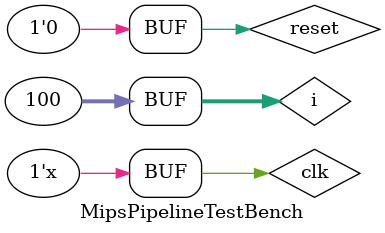
<source format=v>
module MipsPipelineTestBench();

reg clk, reset;
wire [31:0] nextPC, readPC, PCPlus4IF, PCPlus4ID, PCPlus4EX;
wire [31:0] branchAddress;
wire [31:0] instructionIF, instructionID;
wire [31:0] registerData1ID, registerData2ID, registerData1EX, registerData2EX;
wire [31:0] signExtendOutID, signExtendOutEX;
wire [31:0] shiftOut;
wire [3:0] ALUOpID, ALUOpEX;
wire [9:0] controlSignalsID;
wire [4:0] rsEX ,rtEX ,rdEX;
wire [31:0] ALUData1, ALUData2;
wire [31:0] ALUData2Mux_1Out;
wire [4:0] regDstMuxOut;
wire [31:0] ALUResultEX, ALUResultMEM, ALUResultWB;
wire [31:0] memoryWriteDataMEM;
wire [4:0] writeRegMEM, writeRegWB;
wire [1:0] upperMux_sel, lowerMux_sel;
wire [1:0] comparatorMux1Selector,comparatorMux2Selector;
wire [31:0] comparatorMux1Out, comparatorMux2Out;
wire [31:0] memoryReadDataMEM, memoryReadDataWB;
wire [31:0] regWriteDataMEM;
wire [3:0] ALUControl;


//modules instances

//IF_Stage
PC PCRegister(nextPC ,readPC ,reset , clk, holdPC);
InstructionMemory instructionMemory(clk, readPC, instructionIF);
Adder PCAdder(PCPlus4IF ,readPC, 32'h00000004);
Mux2x1_32Bits nextPCMux(nextPC, PCPlus4IF, branchAddress, PCMuxSel);
and branchAndComparator(PCMuxSel, equalFlag, branchID);
IF_ID_reg IF_ID(PCPlus4IF, instructionIF, instructionID, clk, holdIF_ID, PCPlus4ID, PCMuxSel);


//ID_Stage
ControlUnit controlUnit(instructionID[31:26],RegDstID,branchID,MemReadID,MemtoRegID,ALUOpID,MemWriteID,ALUSrcID,RegWriteID, reset);
RegisterFile regiterFile(instructionID[25:21], instructionID[20:16], writeRegWB, regWriteDataMEM, RegWriteWB, clk, registerData1ID, registerData2ID, reset);
Mux3x1_32Bits comparatorMux1(comparatorMux1Out, registerData1ID, ALUResultMEM, regWriteDataMEM, comparatorMux1Selector);
Mux3x1_32Bits comparatorMux2(comparatorMux2Out, registerData2ID, ALUResultMEM, regWriteDataMEM, comparatorMux2Selector);
Comparator comparator(comparatorMux1Out, comparatorMux2Out, equalFlag);
SignExtend signExtend(instructionID[15:0], signExtendOutID);
ShiftLeft2 shiftLeft2(shiftOut, signExtendOutID);
Adder branchAdder(branchAddress, shiftOut, PCPlus4ID);
HazardDetectionUnit hazardUnit(MemReadEX, MemReadMEM, rtEX, instructionID, holdPC, holdIF_ID, hazardMuxSelector);
// module HazardDetectionUnit(ID_ExMemRead,EX_MemMemRead,ID_Ex_Rt,IF_ID_Instr,holdPC,holdIF_ID,muxSelector);

Mux2x1_10Bits ID_EXRegMux(controlSignalsID, {RegWriteID, MemtoRegID, MemWriteID, MemReadID, ALUSrcID, ALUOpID, RegDstID}
			,10'b0000000000, hazardMuxSelector);
ID_EX_reg ID_EX(RegWriteID, MemtoRegID, MemWriteID, MemReadID, ALUSrcID, ALUOpID, RegDstID, PCPlus4ID,registerData1ID ,registerData2ID
		,signExtendOutID,instructionID[25:11],PCPlus4EX ,registerData1EX ,registerData2EX ,signExtendOutEX ,rsEX ,rtEX ,rdEX
		,RegWriteEX,MemtoRegEX,MemWriteEX, MemReadEX,ALUSrcEX, ALUOpEX, RegDstEX,clk);


//EX_Stage
Mux3x1_32Bits ALUData1Mux(ALUData1, registerData1EX, regWriteDataMEM, ALUResultMEM, upperMux_sel);
Mux3x1_32Bits ALUData2Mux_1(ALUData2Mux_1Out, registerData2EX, regWriteDataMEM, ALUResultMEM, lowerMux_sel);
Mux2x1_32Bits ALUData2Mux_2(ALUData2, ALUData2Mux_1Out, signExtendOutEX, ALUSrcEX);
ALUControl AluControl(clk, ALUControl, ALUOpEX, signExtendOutEX[5:0]);
ALU32Bit ALU(ALUData1, ALUData2, ALUControl, signExtendOutEX[10:6], overFlow, zero, ALUResultEX, reset);
Mux2x1_5Bits regDstMux(regDstMuxOut, rtEX, rdEX, RegDstEX);
EX_MemReg EX_MEM(clk, RegWriteEX, MemtoRegEX, MemWriteEX, MemReadEX, ALUResultEX, ALUData2Mux_1Out
		,regDstMuxOut, RegWriteMEM, MemtoRegMEM, MemWriteMEM, MemReadMEM, ALUResultMEM, memoryWriteDataMEM, writeRegMEM);
ForwardingUnit forwardingUnit(RegWriteMEM, writeRegMEM, RegWriteWB, writeRegWB, rsEX, rtEX
				,upperMux_sel,lowerMux_sel, comparatorMux1Selector,comparatorMux2Selector);


//MEM_Stage
DataMemory dataMemory(MemWriteMEM, MemReadMEM, ALUResultMEM, memoryWriteDataMEM, clk, memoryReadDataMEM);
Mem_WbReg MEM_WB(RegWriteMEM, MemtoRegMEM, ALUResultMEM, clk, memoryReadDataMEM, writeRegMEM, RegWriteWB, MemtoRegWB,memoryReadDataWB
		,ALUResultWB, writeRegWB);


//WB_Stage
Mux2x1_32Bits writeBackMux(regWriteDataMEM, ALUResultWB, memoryReadDataWB, MemtoRegWB);



integer i;

initial
begin

  clk <= 0;
  reset <= 1;
  #50
  reset <= 0;

  for (i = 0; i < 100; i = i + 1)
  begin
    #50
    clk <= ~clk;
  end


end

endmodule

</source>
